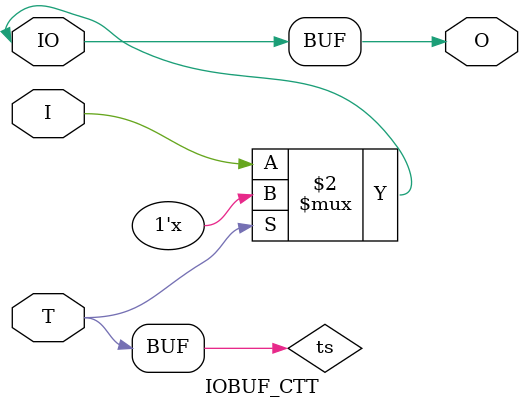
<source format=v>

/*

FUNCTION    : INPUT TRI-STATE OUTPUT BUFFER

*/

`celldefine
`timescale  100 ps / 10 ps

module IOBUF_CTT (O, IO, I, T);

    output O;

    inout  IO;

    input  I, T;

    or O1 (ts, 1'b0, T);
    bufif0 T1 (IO, I, ts);

    buf B1 (O, IO);

endmodule

</source>
